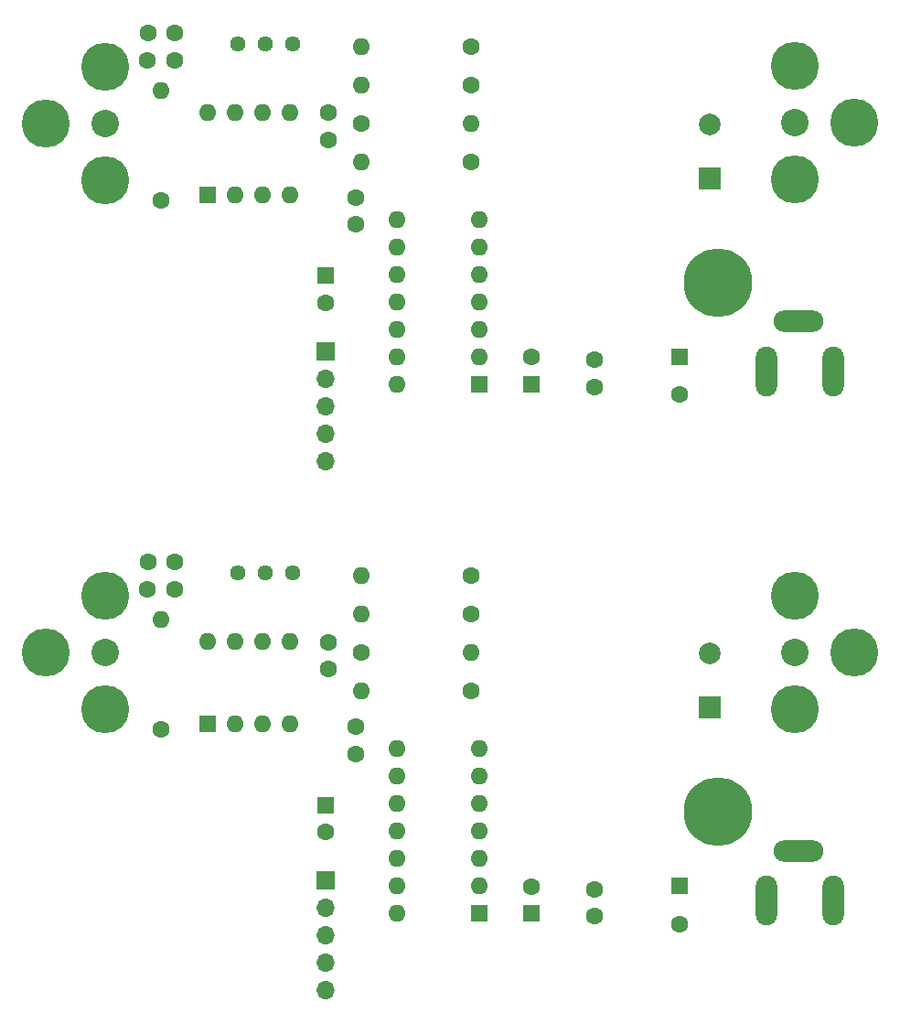
<source format=gts>
%MOIN*%
%OFA0B0*%
%FSLAX46Y46*%
%IPPOS*%
%LPD*%
%ADD10C,0.1*%
%ADD11C,0.17500000000000002*%
%ADD12R,0.062992125984251982X0.062992125984251982*%
%ADD13O,0.062992125984251982X0.062992125984251982*%
%ADD14C,0.062992125984251982*%
%ADD15C,0.25*%
%ADD16R,0.066929133858267723X0.066929133858267723*%
%ADD17O,0.066929133858267723X0.066929133858267723*%
%ADD18R,0.07874015748031496X0.07874015748031496*%
%ADD19C,0.07874015748031496*%
%ADD20O,0.07874015748031496X0.18110236220472439*%
%ADD21O,0.18110236220472439X0.07874015748031496*%
%ADD22C,0.056692913385826771*%
%ADD33C,0.1*%
%ADD34C,0.17500000000000002*%
%ADD35R,0.062992125984251982X0.062992125984251982*%
%ADD36O,0.062992125984251982X0.062992125984251982*%
%ADD37C,0.062992125984251982*%
%ADD38C,0.25*%
%ADD39R,0.066929133858267723X0.066929133858267723*%
%ADD40O,0.066929133858267723X0.066929133858267723*%
%ADD41R,0.07874015748031496X0.07874015748031496*%
%ADD42C,0.07874015748031496*%
%ADD43O,0.07874015748031496X0.18110236220472439*%
%ADD44O,0.18110236220472439X0.07874015748031496*%
%ADD45C,0.056692913385826771*%
%LPD*%
G01*
D10*
X-0001259842Y0003661417D02*
X0000335944Y0001430929D03*
D11*
X0000335944Y0001637429D03*
X0000335944Y0001224429D03*
X0000118944Y0001430929D03*
D10*
X0002850590Y0001432543D03*
D11*
X0002850590Y0001226043D03*
X0002850590Y0001639043D03*
X0003067590Y0001432543D03*
D12*
X0000710944Y0001170929D03*
D13*
X0001010944Y0001470929D03*
X0000810944Y0001170929D03*
X0000910944Y0001470929D03*
X0000910944Y0001170929D03*
X0000810944Y0001470929D03*
X0001010944Y0001170929D03*
X0000710944Y0001470929D03*
X0001270944Y0001710929D03*
D14*
X0001670944Y0001710929D03*
D13*
X0001670944Y0001430929D03*
D14*
X0001270944Y0001430929D03*
X0000540944Y0001150929D03*
D13*
X0000540944Y0001550929D03*
D12*
X0002430944Y0000580929D03*
D14*
X0002430944Y0000443133D03*
D15*
X0002570944Y0000850929D03*
D16*
X0001140944Y0000600929D03*
D17*
X0001140944Y0000500929D03*
X0001140944Y0000400929D03*
X0001140944Y0000300929D03*
X0001140944Y0000200929D03*
D14*
X0001250944Y0001160929D03*
X0001250944Y0001062503D03*
D12*
X0001700944Y0000480929D03*
D13*
X0001400944Y0001080929D03*
X0001700944Y0000580929D03*
X0001400944Y0000980929D03*
X0001700944Y0000680929D03*
X0001400944Y0000880929D03*
X0001700944Y0000780929D03*
X0001400944Y0000780929D03*
X0001700944Y0000880929D03*
X0001400944Y0000680929D03*
X0001700944Y0000980929D03*
X0001400944Y0000580929D03*
X0001700944Y0001080929D03*
X0001400944Y0000480929D03*
D14*
X0000590944Y0001760929D03*
X0000492519Y0001760929D03*
X0001150944Y0001469354D03*
X0001150944Y0001370929D03*
X0001670944Y0001570929D03*
D13*
X0001270944Y0001570929D03*
D14*
X0001670944Y0001290929D03*
D13*
X0001270944Y0001290929D03*
D14*
X0001140944Y0000777503D03*
D12*
X0001140944Y0000875929D03*
X0001890944Y0000480929D03*
D14*
X0001890944Y0000579354D03*
D18*
X0002540944Y0001230929D03*
D19*
X0002540944Y0001427779D03*
D14*
X0002120944Y0000470929D03*
X0002120944Y0000569354D03*
D20*
X0002988385Y0000527031D03*
X0002748228Y0000527031D03*
D21*
X0002862401Y0000708133D03*
D22*
X0001020944Y0001720929D03*
X0000920944Y0001720929D03*
X0000820944Y0001720929D03*
D14*
X0000490944Y0001660929D03*
X0000589370Y0001660929D03*
G04 next file*
%LPD*%
G04 #@! TF.GenerationSoftware,KiCad,Pcbnew,(5.1.10)-1*
G04 #@! TF.CreationDate,2021-10-24T18:12:00-04:00*
G04 #@! TF.ProjectId,AudioAmp380,41756469-6f41-46d7-9033-38302e6b6963,1*
G04 #@! TF.SameCoordinates,Original*
G04 #@! TF.FileFunction,Soldermask,Top*
G04 #@! TF.FilePolarity,Negative*
G04 Gerber Fmt 4.6, Leading zero omitted, Abs format (unit mm)*
G04 Created by KiCad (PCBNEW (5.1.10)-1) date 2021-10-24 18:12:00*
G01*
G04 APERTURE LIST*
G04 APERTURE END LIST*
D33*
X-0001259842Y0005590551D02*
X0000335944Y0003360062D03*
D34*
X0000335944Y0003566562D03*
X0000335944Y0003153562D03*
X0000118944Y0003360062D03*
D33*
X0002850590Y0003361677D03*
D34*
X0002850590Y0003155177D03*
X0002850590Y0003568177D03*
X0003067590Y0003361677D03*
D35*
X0000710944Y0003100062D03*
D36*
X0001010944Y0003400062D03*
X0000810944Y0003100062D03*
X0000910944Y0003400062D03*
X0000910944Y0003100062D03*
X0000810944Y0003400062D03*
X0001010944Y0003100062D03*
X0000710944Y0003400062D03*
X0001270944Y0003640062D03*
D37*
X0001670944Y0003640062D03*
D36*
X0001670944Y0003360062D03*
D37*
X0001270944Y0003360062D03*
X0000540944Y0003080062D03*
D36*
X0000540944Y0003480062D03*
D35*
X0002430944Y0002510062D03*
D37*
X0002430944Y0002372267D03*
D38*
X0002570944Y0002780062D03*
D39*
X0001140944Y0002530062D03*
D40*
X0001140944Y0002430062D03*
X0001140944Y0002330062D03*
X0001140944Y0002230062D03*
X0001140944Y0002130062D03*
D37*
X0001250944Y0003090062D03*
X0001250944Y0002991637D03*
D35*
X0001700944Y0002410062D03*
D36*
X0001400944Y0003010062D03*
X0001700944Y0002510062D03*
X0001400944Y0002910062D03*
X0001700944Y0002610062D03*
X0001400944Y0002810062D03*
X0001700944Y0002710062D03*
X0001400944Y0002710062D03*
X0001700944Y0002810062D03*
X0001400944Y0002610062D03*
X0001700944Y0002910062D03*
X0001400944Y0002510062D03*
X0001700944Y0003010062D03*
X0001400944Y0002410062D03*
D37*
X0000590944Y0003690062D03*
X0000492519Y0003690062D03*
X0001150944Y0003398488D03*
X0001150944Y0003300062D03*
X0001670944Y0003500062D03*
D36*
X0001270944Y0003500062D03*
D37*
X0001670944Y0003220062D03*
D36*
X0001270944Y0003220062D03*
D37*
X0001140944Y0002706637D03*
D35*
X0001140944Y0002805062D03*
X0001890944Y0002410062D03*
D37*
X0001890944Y0002508488D03*
D41*
X0002540944Y0003160062D03*
D42*
X0002540944Y0003356913D03*
D37*
X0002120944Y0002400062D03*
X0002120944Y0002498488D03*
D43*
X0002988385Y0002456165D03*
X0002748228Y0002456165D03*
D44*
X0002862401Y0002637267D03*
D45*
X0001020944Y0003650062D03*
X0000920944Y0003650062D03*
X0000820944Y0003650062D03*
D37*
X0000490944Y0003590062D03*
X0000589370Y0003590062D03*
M02*
</source>
